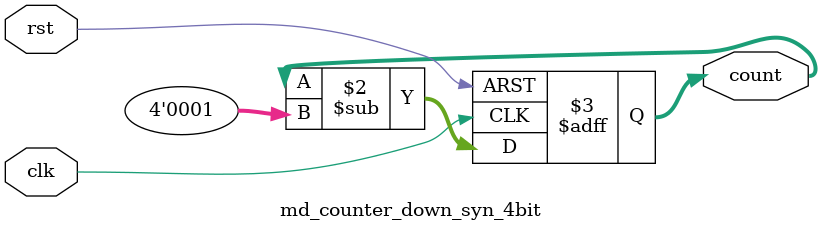
<source format=v>
module md_counter_down_syn_4bit(    // 4-bit synchronous down counter (同步减法计数器)
    input wire clk, 
    input wire rst, 
    output reg [3:0] count 
);

    // 同步计数器使用单个 always 块，代码简洁清晰
    always@(posedge clk or posedge rst) begin 
        if(rst) 
            count <= 4'b1111;          // 复位到最大值(15)
        else 
            count <= count - 4'b0001;  // 每个时钟周期减1
    end

endmodule

/* 
module md_counter_down_syn_4bit(    // 4-bit synchronous down counter (同步减法计数器)
    input wire clk, 
    input wire rst, 
    output reg [3:0] count=4'b1111  // initialize to (1111)_2
    );

    always@(posedge clk or posedge rst)begin 
        if(rst)begin 
            count[3]<=1'b1; 
            count[2]<=1'b1; 
            count[1]<=1'b1; 
            count[0]<=1'b1;             
        end  
        else begin 
            count[0]<=~count[0];         
            if(~count[0])begin 
                count[1]<=~count[1]; 
            end 
            if(~count[0]&&~count[1])begin 
                count[2]<=~count[2]; 
                count[1]<=~count[1]; 
            end 
            if(~count[2]&&~count[1]&&~count[0])begin 
                count[3]<=~count[3]; 
                count[2]<=~count[2]; 
                count[1]<=~count[1]; 
            end             
        end 
    end       

endmodule
*/
</source>
